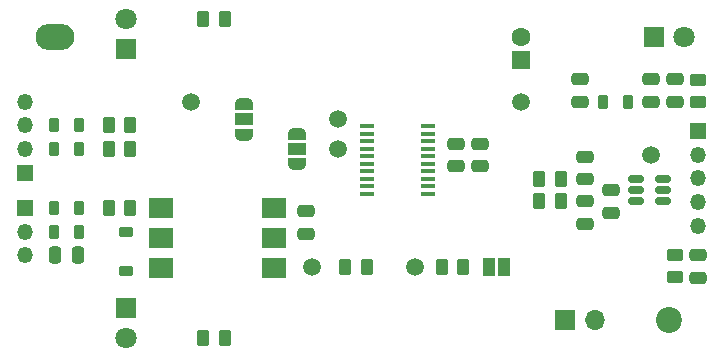
<source format=gbr>
%TF.GenerationSoftware,KiCad,Pcbnew,7.0.1*%
%TF.CreationDate,2023-03-30T22:24:36-04:00*%
%TF.ProjectId,miditerm,6d696469-7465-4726-9d2e-6b696361645f,0.1*%
%TF.SameCoordinates,Original*%
%TF.FileFunction,Soldermask,Top*%
%TF.FilePolarity,Negative*%
%FSLAX46Y46*%
G04 Gerber Fmt 4.6, Leading zero omitted, Abs format (unit mm)*
G04 Created by KiCad (PCBNEW 7.0.1) date 2023-03-30 22:24:36*
%MOMM*%
%LPD*%
G01*
G04 APERTURE LIST*
G04 Aperture macros list*
%AMRoundRect*
0 Rectangle with rounded corners*
0 $1 Rounding radius*
0 $2 $3 $4 $5 $6 $7 $8 $9 X,Y pos of 4 corners*
0 Add a 4 corners polygon primitive as box body*
4,1,4,$2,$3,$4,$5,$6,$7,$8,$9,$2,$3,0*
0 Add four circle primitives for the rounded corners*
1,1,$1+$1,$2,$3*
1,1,$1+$1,$4,$5*
1,1,$1+$1,$6,$7*
1,1,$1+$1,$8,$9*
0 Add four rect primitives between the rounded corners*
20,1,$1+$1,$2,$3,$4,$5,0*
20,1,$1+$1,$4,$5,$6,$7,0*
20,1,$1+$1,$6,$7,$8,$9,0*
20,1,$1+$1,$8,$9,$2,$3,0*%
%AMFreePoly0*
4,1,19,0.550000,-0.750000,0.000000,-0.750000,0.000000,-0.744911,-0.071157,-0.744911,-0.207708,-0.704816,-0.327430,-0.627875,-0.420627,-0.520320,-0.479746,-0.390866,-0.500000,-0.250000,-0.500000,0.250000,-0.479746,0.390866,-0.420627,0.520320,-0.327430,0.627875,-0.207708,0.704816,-0.071157,0.744911,0.000000,0.744911,0.000000,0.750000,0.550000,0.750000,0.550000,-0.750000,0.550000,-0.750000,
$1*%
%AMFreePoly1*
4,1,19,0.000000,0.744911,0.071157,0.744911,0.207708,0.704816,0.327430,0.627875,0.420627,0.520320,0.479746,0.390866,0.500000,0.250000,0.500000,-0.250000,0.479746,-0.390866,0.420627,-0.520320,0.327430,-0.627875,0.207708,-0.704816,0.071157,-0.744911,0.000000,-0.744911,0.000000,-0.750000,-0.550000,-0.750000,-0.550000,0.750000,0.000000,0.750000,0.000000,0.744911,0.000000,0.744911,
$1*%
G04 Aperture macros list end*
%ADD10C,1.500000*%
%ADD11O,3.300000X2.200000*%
%ADD12RoundRect,0.250000X-0.475000X0.250000X-0.475000X-0.250000X0.475000X-0.250000X0.475000X0.250000X0*%
%ADD13RoundRect,0.250000X0.262500X0.450000X-0.262500X0.450000X-0.262500X-0.450000X0.262500X-0.450000X0*%
%ADD14R,2.000000X1.780000*%
%ADD15RoundRect,0.250000X0.250000X0.475000X-0.250000X0.475000X-0.250000X-0.475000X0.250000X-0.475000X0*%
%ADD16R,1.350000X1.350000*%
%ADD17O,1.350000X1.350000*%
%ADD18RoundRect,0.218750X-0.218750X-0.381250X0.218750X-0.381250X0.218750X0.381250X-0.218750X0.381250X0*%
%ADD19RoundRect,0.225000X-0.375000X0.225000X-0.375000X-0.225000X0.375000X-0.225000X0.375000X0.225000X0*%
%ADD20RoundRect,0.250000X-0.450000X0.262500X-0.450000X-0.262500X0.450000X-0.262500X0.450000X0.262500X0*%
%ADD21R,1.600000X1.600000*%
%ADD22C,1.600000*%
%ADD23R,1.800000X1.800000*%
%ADD24C,1.800000*%
%ADD25RoundRect,0.150000X0.512500X0.150000X-0.512500X0.150000X-0.512500X-0.150000X0.512500X-0.150000X0*%
%ADD26RoundRect,0.250000X0.450000X-0.262500X0.450000X0.262500X-0.450000X0.262500X-0.450000X-0.262500X0*%
%ADD27R,1.000000X1.500000*%
%ADD28RoundRect,0.218750X0.218750X0.381250X-0.218750X0.381250X-0.218750X-0.381250X0.218750X-0.381250X0*%
%ADD29RoundRect,0.250000X-0.262500X-0.450000X0.262500X-0.450000X0.262500X0.450000X-0.262500X0.450000X0*%
%ADD30C,2.200000*%
%ADD31RoundRect,0.250000X0.475000X-0.250000X0.475000X0.250000X-0.475000X0.250000X-0.475000X-0.250000X0*%
%ADD32R,1.200000X0.400000*%
%ADD33FreePoly0,270.000000*%
%ADD34R,1.500000X1.000000*%
%ADD35FreePoly1,270.000000*%
%ADD36FreePoly0,90.000000*%
%ADD37FreePoly1,90.000000*%
%ADD38R,1.700000X1.700000*%
%ADD39O,1.700000X1.700000*%
G04 APERTURE END LIST*
D10*
%TO.C,TP3*%
X134500000Y-97500000D03*
%TD*%
D11*
%TO.C,H2*%
X104000000Y-78000000D03*
%TD*%
D12*
%TO.C,C5*%
X156500000Y-81600000D03*
X156500000Y-83500000D03*
%TD*%
D10*
%TO.C,TP5*%
X128000000Y-87500000D03*
%TD*%
D13*
%TO.C,R8*%
X130412500Y-97500000D03*
X128587500Y-97500000D03*
%TD*%
D10*
%TO.C,TP1*%
X154500000Y-88000000D03*
%TD*%
D14*
%TO.C,U3*%
X113000000Y-92500000D03*
X113000000Y-95040000D03*
X113000000Y-97580000D03*
X122530000Y-97580000D03*
X122530000Y-95040000D03*
X122530000Y-92500000D03*
%TD*%
D15*
%TO.C,C11*%
X105950000Y-96500000D03*
X104050000Y-96500000D03*
%TD*%
D16*
%TO.C,J1*%
X158500000Y-86000000D03*
D17*
X158500000Y-88000000D03*
X158500000Y-90000000D03*
X158500000Y-92000000D03*
X158500000Y-94000000D03*
%TD*%
D12*
%TO.C,C12*%
X125265000Y-92800000D03*
X125265000Y-94700000D03*
%TD*%
D18*
%TO.C,FB3*%
X103937500Y-94500000D03*
X106062500Y-94500000D03*
%TD*%
D16*
%TO.C,J2*%
X101500000Y-92500000D03*
D17*
X101500000Y-94500000D03*
X101500000Y-96500000D03*
%TD*%
D19*
%TO.C,D3*%
X110000000Y-94500000D03*
X110000000Y-97800000D03*
%TD*%
D20*
%TO.C,R1*%
X156500000Y-96500000D03*
X156500000Y-98325000D03*
%TD*%
D13*
%TO.C,R2*%
X146862500Y-91950000D03*
X145037500Y-91950000D03*
%TD*%
%TO.C,R5*%
X118412500Y-76500000D03*
X116587500Y-76500000D03*
%TD*%
D21*
%TO.C,C9*%
X143500000Y-80000000D03*
D22*
X143500000Y-78000000D03*
%TD*%
D23*
%TO.C,D4*%
X154725000Y-78000000D03*
D24*
X157265000Y-78000000D03*
%TD*%
D12*
%TO.C,C6*%
X154500000Y-81600000D03*
X154500000Y-83500000D03*
%TD*%
D25*
%TO.C,U1*%
X155500000Y-91950000D03*
X155500000Y-91000000D03*
X155500000Y-90050000D03*
X153225000Y-90050000D03*
X153225000Y-91000000D03*
X153225000Y-91950000D03*
%TD*%
D26*
%TO.C,R11*%
X158500000Y-83500000D03*
X158500000Y-81675000D03*
%TD*%
D13*
%TO.C,R6*%
X118412500Y-103500000D03*
X116587500Y-103500000D03*
%TD*%
D12*
%TO.C,C3*%
X148862500Y-88150000D03*
X148862500Y-90050000D03*
%TD*%
D27*
%TO.C,JP1*%
X140750000Y-97500000D03*
X142050000Y-97500000D03*
%TD*%
D12*
%TO.C,C10*%
X140000000Y-87050000D03*
X140000000Y-88950000D03*
%TD*%
D28*
%TO.C,FB5*%
X106062500Y-85500000D03*
X103937500Y-85500000D03*
%TD*%
%TO.C,FB1*%
X152562500Y-83500000D03*
X150437500Y-83500000D03*
%TD*%
D29*
%TO.C,R7*%
X108587500Y-92500000D03*
X110412500Y-92500000D03*
%TD*%
D12*
%TO.C,C2*%
X151112500Y-91000000D03*
X151112500Y-92900000D03*
%TD*%
D28*
%TO.C,FB4*%
X106062500Y-87500000D03*
X103937500Y-87500000D03*
%TD*%
D16*
%TO.C,J3*%
X101500000Y-89500000D03*
D17*
X101500000Y-87500000D03*
X101500000Y-85500000D03*
X101500000Y-83500000D03*
%TD*%
D30*
%TO.C,H1*%
X156000000Y-102000000D03*
%TD*%
D10*
%TO.C,TP4*%
X128000000Y-85000000D03*
%TD*%
D13*
%TO.C,R3*%
X146862500Y-90050000D03*
X145037500Y-90050000D03*
%TD*%
D18*
%TO.C,FB2*%
X103937500Y-92500000D03*
X106062500Y-92500000D03*
%TD*%
D12*
%TO.C,C7*%
X148500000Y-81600000D03*
X148500000Y-83500000D03*
%TD*%
D31*
%TO.C,C4*%
X148862500Y-93850000D03*
X148862500Y-91950000D03*
%TD*%
D13*
%TO.C,R9*%
X110412500Y-85500000D03*
X108587500Y-85500000D03*
%TD*%
D12*
%TO.C,C8*%
X138000000Y-87050000D03*
X138000000Y-88950000D03*
%TD*%
D23*
%TO.C,D1*%
X110000000Y-79040000D03*
D24*
X110000000Y-76500000D03*
%TD*%
D29*
%TO.C,R4*%
X136750000Y-97500000D03*
X138575000Y-97500000D03*
%TD*%
D10*
%TO.C,TP6*%
X125765000Y-97540000D03*
%TD*%
D32*
%TO.C,U2*%
X130400000Y-85592500D03*
X130400000Y-86227500D03*
X130400000Y-86862500D03*
X130400000Y-87497500D03*
X130400000Y-88132500D03*
X130400000Y-88767500D03*
X130400000Y-89402500D03*
X130400000Y-90037500D03*
X130400000Y-90672500D03*
X130400000Y-91307500D03*
X135600000Y-91307500D03*
X135600000Y-90672500D03*
X135600000Y-90037500D03*
X135600000Y-89402500D03*
X135600000Y-88767500D03*
X135600000Y-88132500D03*
X135600000Y-87497500D03*
X135600000Y-86862500D03*
X135600000Y-86227500D03*
X135600000Y-85592500D03*
%TD*%
D10*
%TO.C,TP7*%
X115500000Y-83500000D03*
%TD*%
D33*
%TO.C,JP2*%
X120000000Y-83700000D03*
D34*
X120000000Y-85000000D03*
D35*
X120000000Y-86300000D03*
%TD*%
D23*
%TO.C,D2*%
X110000000Y-100960000D03*
D24*
X110000000Y-103500000D03*
%TD*%
D36*
%TO.C,JP3*%
X124500000Y-88800000D03*
D34*
X124500000Y-87500000D03*
D37*
X124500000Y-86200000D03*
%TD*%
D38*
%TO.C,J4*%
X147225000Y-102000000D03*
D39*
X149765000Y-102000000D03*
%TD*%
D13*
%TO.C,R10*%
X110412500Y-87500000D03*
X108587500Y-87500000D03*
%TD*%
D31*
%TO.C,C1*%
X158500000Y-98400000D03*
X158500000Y-96500000D03*
%TD*%
D10*
%TO.C,TP2*%
X143500000Y-83500000D03*
%TD*%
M02*

</source>
